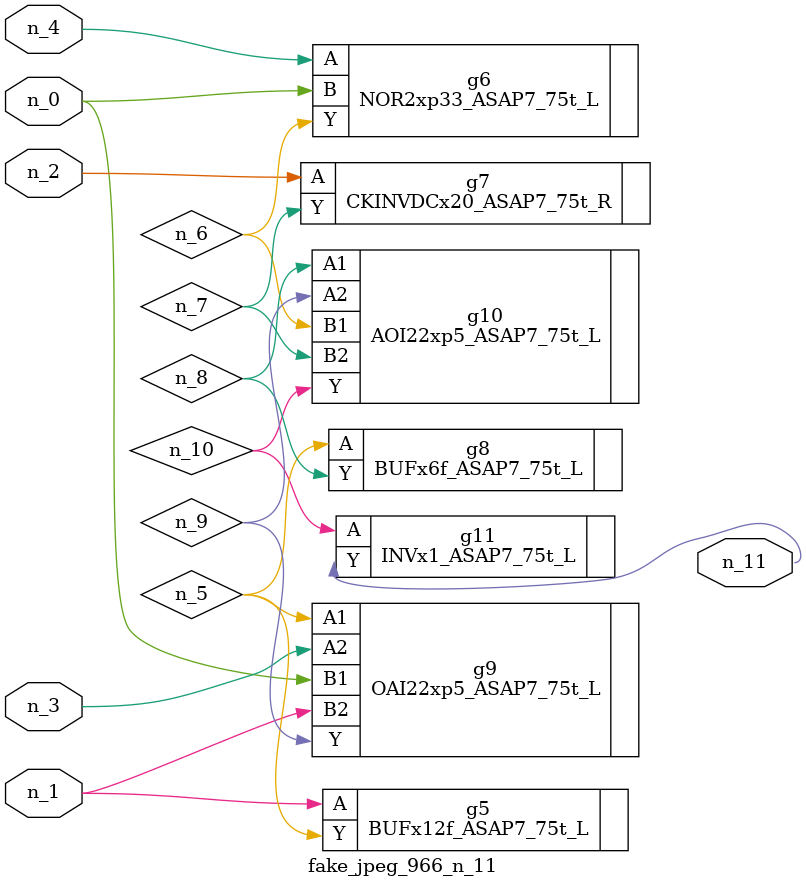
<source format=v>
module fake_jpeg_966_n_11 (n_3, n_2, n_1, n_0, n_4, n_11);

input n_3;
input n_2;
input n_1;
input n_0;
input n_4;

output n_11;

wire n_10;
wire n_8;
wire n_9;
wire n_6;
wire n_5;
wire n_7;

BUFx12f_ASAP7_75t_L g5 ( 
.A(n_1),
.Y(n_5)
);

NOR2xp33_ASAP7_75t_L g6 ( 
.A(n_4),
.B(n_0),
.Y(n_6)
);

CKINVDCx20_ASAP7_75t_R g7 ( 
.A(n_2),
.Y(n_7)
);

BUFx6f_ASAP7_75t_L g8 ( 
.A(n_5),
.Y(n_8)
);

AOI22xp5_ASAP7_75t_L g10 ( 
.A1(n_8),
.A2(n_9),
.B1(n_6),
.B2(n_7),
.Y(n_10)
);

OAI22xp5_ASAP7_75t_L g9 ( 
.A1(n_5),
.A2(n_3),
.B1(n_0),
.B2(n_1),
.Y(n_9)
);

INVx1_ASAP7_75t_L g11 ( 
.A(n_10),
.Y(n_11)
);


endmodule
</source>
